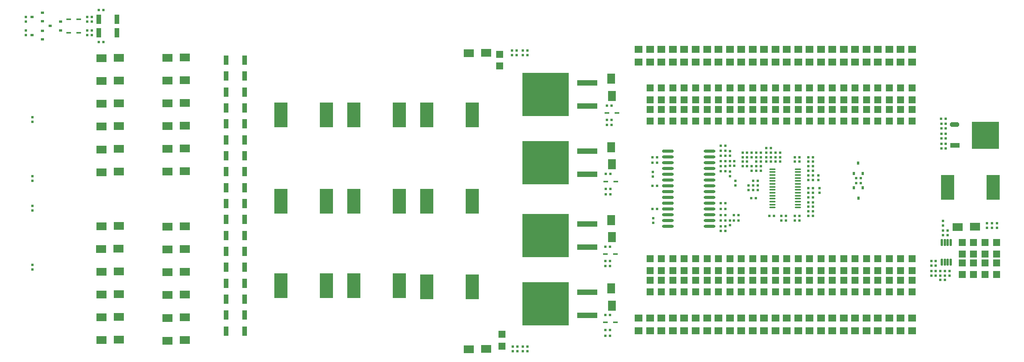
<source format=gtp>
G04*
G04 #@! TF.GenerationSoftware,Altium Limited,Altium Designer,18.1.7 (191)*
G04*
G04 Layer_Color=8421504*
%FSLAX44Y44*%
%MOMM*%
G71*
G01*
G75*
%ADD17R,1.5000X1.5000*%
%ADD18R,1.1000X2.0000*%
%ADD19R,1.0000X0.4500*%
%ADD20R,0.6000X0.6000*%
%ADD21R,0.6000X0.6000*%
%ADD22R,0.5500X0.8000*%
%ADD23R,2.9000X5.4000*%
%ADD24R,1.8000X1.6000*%
%ADD25R,0.8000X0.5500*%
%ADD26R,1.8000X2.2000*%
G04:AMPARAMS|DCode=27|XSize=1.47mm|YSize=0.48mm|CornerRadius=0.06mm|HoleSize=0mm|Usage=FLASHONLY|Rotation=270.000|XOffset=0mm|YOffset=0mm|HoleType=Round|Shape=RoundedRectangle|*
%AMROUNDEDRECTD27*
21,1,1.4700,0.3600,0,0,270.0*
21,1,1.3500,0.4800,0,0,270.0*
1,1,0.1200,-0.1800,-0.6750*
1,1,0.1200,-0.1800,0.6750*
1,1,0.1200,0.1800,0.6750*
1,1,0.1200,0.1800,-0.6750*
%
%ADD27ROUNDEDRECTD27*%
%ADD28R,2.2000X1.8000*%
%ADD29O,1.4000X0.3500*%
%ADD30R,6.0000X6.0000*%
G04:AMPARAMS|DCode=31|XSize=2mm|YSize=1mm|CornerRadius=0mm|HoleSize=0mm|Usage=FLASHONLY|Rotation=180.000|XOffset=0mm|YOffset=0mm|HoleType=Round|Shape=Octagon|*
%AMOCTAGOND31*
4,1,8,-1.0000,0.2500,-1.0000,-0.2500,-0.7500,-0.5000,0.7500,-0.5000,1.0000,-0.2500,1.0000,0.2500,0.7500,0.5000,-0.7500,0.5000,-1.0000,0.2500,0.0*
%
%ADD31OCTAGOND31*%

%ADD32R,2.0000X1.0000*%
%ADD33R,10.1600X9.5000*%
%ADD34R,4.5000X1.2500*%
%ADD35O,2.6000X0.6604*%
%ADD36O,2.6000X0.7000*%
D17*
X1515000Y242954D02*
D03*
Y217046D02*
D03*
X1510000Y832046D02*
D03*
Y857954D02*
D03*
X1965000Y711046D02*
D03*
Y736954D02*
D03*
X1940000Y711046D02*
D03*
Y736954D02*
D03*
X1915000Y711046D02*
D03*
Y736954D02*
D03*
X1890000Y711046D02*
D03*
Y736954D02*
D03*
X1865000Y711046D02*
D03*
Y736954D02*
D03*
X1840000Y711046D02*
D03*
Y736954D02*
D03*
X1990000Y758046D02*
D03*
Y783954D02*
D03*
X2015000Y758046D02*
D03*
Y783954D02*
D03*
X2390000Y711046D02*
D03*
Y736954D02*
D03*
X2365000Y711046D02*
D03*
Y736954D02*
D03*
X2040000Y758046D02*
D03*
Y783954D02*
D03*
X2065000Y758046D02*
D03*
Y783954D02*
D03*
X2090000Y758046D02*
D03*
Y783954D02*
D03*
X2115000Y758046D02*
D03*
Y783954D02*
D03*
X2140000Y758046D02*
D03*
Y783954D02*
D03*
X2165000Y758046D02*
D03*
Y783954D02*
D03*
X2415000Y711046D02*
D03*
Y736954D02*
D03*
X2290000Y758046D02*
D03*
Y783954D02*
D03*
X2265000Y758046D02*
D03*
Y783954D02*
D03*
X2240000Y758046D02*
D03*
Y783954D02*
D03*
X2215000Y758046D02*
D03*
Y783954D02*
D03*
X2190000Y758046D02*
D03*
Y783954D02*
D03*
X2340000Y758046D02*
D03*
Y783954D02*
D03*
X2315000Y758046D02*
D03*
Y783954D02*
D03*
X2365000Y758046D02*
D03*
Y783954D02*
D03*
X2525000Y399954D02*
D03*
Y374046D02*
D03*
X2550000Y399954D02*
D03*
Y374046D02*
D03*
X2600000Y444954D02*
D03*
Y419046D02*
D03*
X2575000Y444954D02*
D03*
Y419046D02*
D03*
X2165000Y711046D02*
D03*
Y736954D02*
D03*
X2190000Y711046D02*
D03*
Y736954D02*
D03*
X2215000Y711046D02*
D03*
Y736954D02*
D03*
X2240000Y711046D02*
D03*
Y736954D02*
D03*
X2265000Y711046D02*
D03*
Y736954D02*
D03*
X2290000Y711046D02*
D03*
Y736954D02*
D03*
X2315000Y711046D02*
D03*
Y736954D02*
D03*
X1915000Y758046D02*
D03*
Y783954D02*
D03*
X1940000Y758046D02*
D03*
Y783954D02*
D03*
X1890000Y758046D02*
D03*
Y783954D02*
D03*
X1840000Y758046D02*
D03*
Y783954D02*
D03*
X1865000Y758046D02*
D03*
Y783954D02*
D03*
X1965000Y758046D02*
D03*
Y783954D02*
D03*
X2340000Y711046D02*
D03*
Y736954D02*
D03*
X2575000Y399954D02*
D03*
Y374046D02*
D03*
X2600000Y399954D02*
D03*
Y374046D02*
D03*
X2525000Y444954D02*
D03*
Y419046D02*
D03*
X2115000Y711046D02*
D03*
Y736954D02*
D03*
X2090000Y711046D02*
D03*
Y736954D02*
D03*
X2065000Y711046D02*
D03*
Y736954D02*
D03*
X2140000Y711046D02*
D03*
Y736954D02*
D03*
X2040000Y711046D02*
D03*
Y736954D02*
D03*
X2015000Y711046D02*
D03*
Y736954D02*
D03*
X1990000Y711046D02*
D03*
Y736954D02*
D03*
X2415000Y758046D02*
D03*
Y783954D02*
D03*
X2390000Y758046D02*
D03*
Y783954D02*
D03*
X2550000Y444954D02*
D03*
Y419046D02*
D03*
X2415000Y336046D02*
D03*
Y361954D02*
D03*
X2390000Y336046D02*
D03*
Y361954D02*
D03*
X2365000Y336046D02*
D03*
Y361954D02*
D03*
X2340000Y336046D02*
D03*
Y361954D02*
D03*
X2415000Y383046D02*
D03*
Y408954D02*
D03*
X2390000Y383046D02*
D03*
Y408954D02*
D03*
X2365000Y383046D02*
D03*
Y408954D02*
D03*
X2340000Y383046D02*
D03*
Y408954D02*
D03*
X2315000Y336046D02*
D03*
Y361954D02*
D03*
X2290000Y336046D02*
D03*
Y361954D02*
D03*
X2265000Y336046D02*
D03*
Y361954D02*
D03*
X2240000Y336046D02*
D03*
Y361954D02*
D03*
X2215000Y336046D02*
D03*
Y361954D02*
D03*
X2190000Y336046D02*
D03*
Y361954D02*
D03*
X2165000Y336046D02*
D03*
Y361954D02*
D03*
X2140000Y336046D02*
D03*
Y361954D02*
D03*
X2115000Y336046D02*
D03*
Y361954D02*
D03*
X2090000Y336046D02*
D03*
Y361954D02*
D03*
X2315000Y383046D02*
D03*
Y408954D02*
D03*
X2290000Y383046D02*
D03*
Y408954D02*
D03*
X2265000Y383046D02*
D03*
Y408954D02*
D03*
X2240000Y383046D02*
D03*
Y408954D02*
D03*
X2215000Y383046D02*
D03*
Y408954D02*
D03*
X2190000Y383046D02*
D03*
Y408954D02*
D03*
X2165000Y383046D02*
D03*
Y408954D02*
D03*
X2140000Y383046D02*
D03*
Y408954D02*
D03*
X2115000Y383046D02*
D03*
Y408954D02*
D03*
X2090000Y383046D02*
D03*
Y408954D02*
D03*
X1890000Y336046D02*
D03*
Y361954D02*
D03*
X1940000Y383046D02*
D03*
Y408954D02*
D03*
X2040000Y383046D02*
D03*
Y408954D02*
D03*
X1990000Y336046D02*
D03*
Y361954D02*
D03*
X1965000Y336046D02*
D03*
Y361954D02*
D03*
X1890000Y383046D02*
D03*
Y408954D02*
D03*
X1990000Y383046D02*
D03*
Y408954D02*
D03*
X1915000Y336046D02*
D03*
Y361954D02*
D03*
X1965000Y383046D02*
D03*
Y408954D02*
D03*
X1865000Y336046D02*
D03*
Y361954D02*
D03*
X1840000Y336046D02*
D03*
Y361954D02*
D03*
X1940000Y336046D02*
D03*
Y361954D02*
D03*
X2040000Y336046D02*
D03*
Y361954D02*
D03*
X2065000Y383046D02*
D03*
Y408954D02*
D03*
X1915000Y383046D02*
D03*
Y408954D02*
D03*
X1865000Y383046D02*
D03*
Y408954D02*
D03*
X2065000Y336046D02*
D03*
Y361954D02*
D03*
X2015000Y383046D02*
D03*
Y408954D02*
D03*
Y336046D02*
D03*
Y361954D02*
D03*
X1840000Y383046D02*
D03*
Y408954D02*
D03*
D18*
X910000Y530000D02*
D03*
X950000D02*
D03*
X950000Y845000D02*
D03*
X910000D02*
D03*
X950000Y495000D02*
D03*
X910000D02*
D03*
Y810000D02*
D03*
X950000D02*
D03*
X910000Y460000D02*
D03*
X950000D02*
D03*
Y775000D02*
D03*
X910000D02*
D03*
X950000Y425000D02*
D03*
X910000D02*
D03*
X910000Y740000D02*
D03*
X950000D02*
D03*
X910000Y390000D02*
D03*
X950000D02*
D03*
Y705000D02*
D03*
X910000D02*
D03*
X950000Y355000D02*
D03*
X910000D02*
D03*
Y670000D02*
D03*
X950000D02*
D03*
X910000Y320000D02*
D03*
X950000D02*
D03*
Y635000D02*
D03*
X910000D02*
D03*
X950000Y285000D02*
D03*
X910000D02*
D03*
Y600000D02*
D03*
X950000D02*
D03*
X910000Y250000D02*
D03*
X950000D02*
D03*
Y565000D02*
D03*
X910000D02*
D03*
X670000Y935000D02*
D03*
X630000D02*
D03*
X670000Y905000D02*
D03*
X630000D02*
D03*
D19*
X564000Y935000D02*
D03*
X586000D02*
D03*
X564000Y905000D02*
D03*
X586000D02*
D03*
X1765000Y578000D02*
D03*
X1743000D02*
D03*
X1764000Y419000D02*
D03*
X1742000D02*
D03*
X1764000Y269000D02*
D03*
X1742000D02*
D03*
X1767000Y729000D02*
D03*
X1745000D02*
D03*
D20*
X605000Y940080D02*
D03*
Y929920D02*
D03*
X615000D02*
D03*
Y940080D02*
D03*
X2579000Y487080D02*
D03*
Y476920D02*
D03*
X2027000Y569918D02*
D03*
Y580078D02*
D03*
X2063000Y642080D02*
D03*
Y631920D02*
D03*
X2209000Y581920D02*
D03*
Y592080D02*
D03*
X2479000Y672920D02*
D03*
Y683080D02*
D03*
X2483000Y471080D02*
D03*
Y460920D02*
D03*
X2457000Y404080D02*
D03*
Y393920D02*
D03*
Y371920D02*
D03*
Y382080D02*
D03*
X2467000Y382080D02*
D03*
Y371920D02*
D03*
X2493000Y471080D02*
D03*
Y460920D02*
D03*
X2590000Y476920D02*
D03*
Y487080D02*
D03*
X2043000Y622080D02*
D03*
Y611920D02*
D03*
Y642080D02*
D03*
Y631920D02*
D03*
X2479000Y694920D02*
D03*
Y705080D02*
D03*
Y650920D02*
D03*
Y661080D02*
D03*
X2601000Y476920D02*
D03*
Y487080D02*
D03*
X2497000Y371920D02*
D03*
Y382080D02*
D03*
X2483000Y492080D02*
D03*
Y481920D02*
D03*
X2467000Y404080D02*
D03*
Y393920D02*
D03*
X470000Y910080D02*
D03*
Y899920D02*
D03*
Y929920D02*
D03*
Y940080D02*
D03*
X605000Y900000D02*
D03*
Y910160D02*
D03*
X485000Y395080D02*
D03*
Y384920D02*
D03*
Y590080D02*
D03*
Y579920D02*
D03*
Y514920D02*
D03*
Y525080D02*
D03*
Y709920D02*
D03*
Y720080D02*
D03*
X615000Y910080D02*
D03*
Y899920D02*
D03*
X2025000Y623078D02*
D03*
Y612918D02*
D03*
X2015000Y623078D02*
D03*
Y612918D02*
D03*
X2489000Y694920D02*
D03*
Y705080D02*
D03*
Y683080D02*
D03*
Y672920D02*
D03*
X2053000Y642080D02*
D03*
Y631920D02*
D03*
Y622080D02*
D03*
Y611920D02*
D03*
X2063000Y612080D02*
D03*
Y601920D02*
D03*
X1846000Y588920D02*
D03*
Y599080D02*
D03*
X1847000Y498080D02*
D03*
Y487920D02*
D03*
X2489000Y650920D02*
D03*
Y661080D02*
D03*
X2015000Y645078D02*
D03*
Y634918D02*
D03*
Y493078D02*
D03*
Y482918D02*
D03*
Y600078D02*
D03*
Y589918D02*
D03*
X2076000Y559918D02*
D03*
Y570078D02*
D03*
X2212000Y553918D02*
D03*
Y564078D02*
D03*
D21*
X629920Y955000D02*
D03*
X640080D02*
D03*
X1538920Y216000D02*
D03*
X1549080D02*
D03*
X1538920Y206000D02*
D03*
X1549080D02*
D03*
X1536920Y856000D02*
D03*
X1547080D02*
D03*
X1536920Y866000D02*
D03*
X1547080D02*
D03*
X1560920Y216000D02*
D03*
X1571080D02*
D03*
X1560920Y206000D02*
D03*
X1571080D02*
D03*
X1560920Y866000D02*
D03*
X1571080D02*
D03*
X1560920Y856000D02*
D03*
X1571080D02*
D03*
X2302080Y575000D02*
D03*
X2291920D02*
D03*
Y586000D02*
D03*
X2302080D02*
D03*
X2197080Y502998D02*
D03*
X2186920D02*
D03*
X2197080Y622000D02*
D03*
X2186920D02*
D03*
X2083080Y612000D02*
D03*
X2072920D02*
D03*
X2114920Y642000D02*
D03*
X2125080D02*
D03*
X2094920Y632000D02*
D03*
X2105080D02*
D03*
X2168080Y631998D02*
D03*
X2157920D02*
D03*
X2105080Y652000D02*
D03*
X2094920D02*
D03*
X1744920Y703000D02*
D03*
X1755080D02*
D03*
X2487080Y372000D02*
D03*
X2476920D02*
D03*
X2197080Y532998D02*
D03*
X2186920D02*
D03*
X2127920Y503000D02*
D03*
X2138080D02*
D03*
X2112080D02*
D03*
X2101920D02*
D03*
X2072920Y602000D02*
D03*
X2083080D02*
D03*
X2094920Y622000D02*
D03*
X2105080D02*
D03*
X2168080Y621998D02*
D03*
X2157920D02*
D03*
X2186920Y632000D02*
D03*
X2197080D02*
D03*
Y612000D02*
D03*
X2186920D02*
D03*
X2105080Y642000D02*
D03*
X2094920D02*
D03*
X1855080Y631998D02*
D03*
X1844920D02*
D03*
X2197080Y563998D02*
D03*
X2186920D02*
D03*
X2197080Y553998D02*
D03*
X2186920D02*
D03*
X2083080Y622000D02*
D03*
X2072920D02*
D03*
X2476920Y382000D02*
D03*
X2487080D02*
D03*
Y362000D02*
D03*
X2476920D02*
D03*
X2065920Y579998D02*
D03*
X2076080D02*
D03*
X2127920Y493000D02*
D03*
X2138080D02*
D03*
X2197080Y582000D02*
D03*
X2186920D02*
D03*
Y592000D02*
D03*
X2197080D02*
D03*
X1855080Y619998D02*
D03*
X1844920D02*
D03*
X1752080Y240000D02*
D03*
X1741920D02*
D03*
X1752080Y393000D02*
D03*
X1741920D02*
D03*
X1742920Y550000D02*
D03*
X1753080D02*
D03*
X1752080Y404000D02*
D03*
X1741920D02*
D03*
X1742920Y562000D02*
D03*
X1753080D02*
D03*
X1752080Y252000D02*
D03*
X1741920D02*
D03*
X1744920Y714000D02*
D03*
X1755080D02*
D03*
X629920Y885000D02*
D03*
X640080D02*
D03*
X1742920Y595000D02*
D03*
X1753080D02*
D03*
X2034080Y504998D02*
D03*
X2023920D02*
D03*
X2034080Y492998D02*
D03*
X2023920D02*
D03*
X2083080Y642000D02*
D03*
X2072920D02*
D03*
X2125080Y622000D02*
D03*
X2114920D02*
D03*
X2125080Y632000D02*
D03*
X2114920D02*
D03*
X1855080Y517998D02*
D03*
X1844920D02*
D03*
X1855080Y568998D02*
D03*
X1844920D02*
D03*
X2072920Y632000D02*
D03*
X2083080D02*
D03*
X2478920Y716000D02*
D03*
X2489080D02*
D03*
X1994920Y657000D02*
D03*
X2005080D02*
D03*
X1752080Y435000D02*
D03*
X1741920D02*
D03*
X1744920Y745000D02*
D03*
X1755080D02*
D03*
X1752080Y285000D02*
D03*
X1741920D02*
D03*
X2005080Y622998D02*
D03*
X1994920D02*
D03*
X2005080Y504998D02*
D03*
X1994920D02*
D03*
X2005080Y634998D02*
D03*
X1994920D02*
D03*
X2005080Y645998D02*
D03*
X1994920D02*
D03*
X1994920Y530998D02*
D03*
X2005080D02*
D03*
X1994840Y611998D02*
D03*
X2005000D02*
D03*
X1994920Y492998D02*
D03*
X2005080D02*
D03*
X1994920Y479998D02*
D03*
X2005080D02*
D03*
X1994920Y600998D02*
D03*
X2005080D02*
D03*
X1994920Y517998D02*
D03*
X2005080D02*
D03*
X2157920Y503000D02*
D03*
X2168080D02*
D03*
X2005080Y469998D02*
D03*
X1994920D02*
D03*
X2157920Y493000D02*
D03*
X2168080D02*
D03*
X2197080Y512998D02*
D03*
X2186920D02*
D03*
X2186920Y602000D02*
D03*
X2197080D02*
D03*
X2197080Y522998D02*
D03*
X2186920D02*
D03*
X2066080Y559998D02*
D03*
X2055920D02*
D03*
X2066080Y569998D02*
D03*
X2055920D02*
D03*
X2186920Y543998D02*
D03*
X2197080D02*
D03*
X2072080Y541998D02*
D03*
X2061920D02*
D03*
D22*
X2297000Y541500D02*
D03*
X2287500Y564500D02*
D03*
X2306500D02*
D03*
X2296800Y619200D02*
D03*
X2306300Y596200D02*
D03*
X2287300D02*
D03*
D23*
X1290000Y535000D02*
D03*
X1190000D02*
D03*
X1290000Y725000D02*
D03*
X1190000D02*
D03*
X2493000Y566000D02*
D03*
X2593000D02*
D03*
X1030000Y725000D02*
D03*
X1130000D02*
D03*
X1190000Y350000D02*
D03*
X1290000D02*
D03*
X1030000D02*
D03*
X1130000D02*
D03*
X1030000Y535000D02*
D03*
X1130000D02*
D03*
X1350000Y725000D02*
D03*
X1450000D02*
D03*
X1350000Y535000D02*
D03*
X1450000D02*
D03*
X1350000Y346998D02*
D03*
X1450000D02*
D03*
D24*
X2165000Y841000D02*
D03*
Y869000D02*
D03*
X2215000Y841000D02*
D03*
Y869000D02*
D03*
X2265000Y841000D02*
D03*
Y869000D02*
D03*
X2040000Y841000D02*
D03*
Y869000D02*
D03*
X1990000Y841000D02*
D03*
Y869000D02*
D03*
X1940000Y841000D02*
D03*
Y869000D02*
D03*
X1890000Y841000D02*
D03*
Y869000D02*
D03*
X1840000Y841000D02*
D03*
Y869000D02*
D03*
X2065000Y841000D02*
D03*
Y869000D02*
D03*
X2115000Y841000D02*
D03*
Y869000D02*
D03*
X2340000Y841000D02*
D03*
Y869000D02*
D03*
X2390000Y841000D02*
D03*
Y869000D02*
D03*
X2140000Y841000D02*
D03*
Y869000D02*
D03*
X2190000Y841000D02*
D03*
Y869000D02*
D03*
X2240000Y841000D02*
D03*
Y869000D02*
D03*
X2290000Y841000D02*
D03*
Y869000D02*
D03*
X2015000Y841000D02*
D03*
Y869000D02*
D03*
X1965000Y841000D02*
D03*
Y869000D02*
D03*
X1915000Y841000D02*
D03*
Y869000D02*
D03*
X1865000Y841000D02*
D03*
Y869000D02*
D03*
X1815000Y841000D02*
D03*
Y869000D02*
D03*
X2090000Y841000D02*
D03*
Y869000D02*
D03*
X2315000Y841000D02*
D03*
Y869000D02*
D03*
X2365000Y841000D02*
D03*
Y869000D02*
D03*
X2415000Y841000D02*
D03*
Y869000D02*
D03*
X2415000Y251000D02*
D03*
Y279000D02*
D03*
X2390000Y251000D02*
D03*
Y279000D02*
D03*
X2365000Y251000D02*
D03*
Y279000D02*
D03*
X2340000Y251000D02*
D03*
Y279000D02*
D03*
X2315000Y251000D02*
D03*
Y279000D02*
D03*
X2290000Y251000D02*
D03*
Y279000D02*
D03*
X2265000Y251000D02*
D03*
Y279000D02*
D03*
X2240000Y251000D02*
D03*
Y279000D02*
D03*
X2215000Y251000D02*
D03*
Y279000D02*
D03*
X2190000Y251000D02*
D03*
Y279000D02*
D03*
X2165000Y251000D02*
D03*
Y279000D02*
D03*
X2140000Y251000D02*
D03*
Y279000D02*
D03*
X2115000Y251000D02*
D03*
Y279000D02*
D03*
X2090000Y251000D02*
D03*
Y279000D02*
D03*
X2065000Y251000D02*
D03*
Y279000D02*
D03*
X1815000Y251000D02*
D03*
Y279000D02*
D03*
X1840000Y251000D02*
D03*
Y279000D02*
D03*
X1865000Y251000D02*
D03*
Y279000D02*
D03*
X1890000Y251000D02*
D03*
Y279000D02*
D03*
X1915000Y251000D02*
D03*
Y279000D02*
D03*
X1940000Y251000D02*
D03*
Y279000D02*
D03*
X1965000Y251000D02*
D03*
Y279000D02*
D03*
X1990000Y251000D02*
D03*
Y279000D02*
D03*
X2015000Y251000D02*
D03*
Y279000D02*
D03*
X2040000Y251000D02*
D03*
Y279000D02*
D03*
D25*
X546500Y910500D02*
D03*
Y929500D02*
D03*
X523500Y920000D02*
D03*
X506500Y890500D02*
D03*
Y909500D02*
D03*
X483500Y900000D02*
D03*
X506500Y930500D02*
D03*
Y949500D02*
D03*
X483500Y940000D02*
D03*
D26*
X1755000Y654000D02*
D03*
X1756000Y616000D02*
D03*
Y306000D02*
D03*
X1755000Y344000D02*
D03*
X1756000Y766000D02*
D03*
X1755000Y804000D02*
D03*
X1756000Y456000D02*
D03*
X1755000Y494000D02*
D03*
D27*
X2499750Y401500D02*
D03*
X2493250D02*
D03*
X2486750D02*
D03*
X2480250D02*
D03*
Y444500D02*
D03*
X2486750D02*
D03*
X2493250D02*
D03*
X2499750D02*
D03*
D28*
X2515000Y478000D02*
D03*
X2553000Y479000D02*
D03*
X674000Y600000D02*
D03*
X636000Y599000D02*
D03*
X819000Y851000D02*
D03*
X781000Y850000D02*
D03*
X636000Y849000D02*
D03*
X674000Y850000D02*
D03*
X781000Y229000D02*
D03*
X819000Y230000D02*
D03*
X674000Y231000D02*
D03*
X636000Y230000D02*
D03*
X781000Y479000D02*
D03*
X819000Y480000D02*
D03*
X781000Y429000D02*
D03*
X819000Y430000D02*
D03*
X781000Y379000D02*
D03*
X819000Y380000D02*
D03*
X781000Y329000D02*
D03*
X819000Y330000D02*
D03*
X781000Y279000D02*
D03*
X819000Y280000D02*
D03*
X674000Y481000D02*
D03*
X636000Y480000D02*
D03*
X673000Y431000D02*
D03*
X635000Y430000D02*
D03*
X674000Y381000D02*
D03*
X636000Y380000D02*
D03*
X674000Y331000D02*
D03*
X636000Y330000D02*
D03*
X674000Y281000D02*
D03*
X636000Y280000D02*
D03*
X819000Y601000D02*
D03*
X781000Y600000D02*
D03*
X819000Y651000D02*
D03*
X781000Y650000D02*
D03*
X819000Y701000D02*
D03*
X781000Y700000D02*
D03*
X819000Y751000D02*
D03*
X781000Y750000D02*
D03*
X819000Y801000D02*
D03*
X781000Y800000D02*
D03*
X636000Y799000D02*
D03*
X674000Y800000D02*
D03*
X636000Y749000D02*
D03*
X674000Y750000D02*
D03*
X636000Y699000D02*
D03*
X674000Y700000D02*
D03*
X636000Y649000D02*
D03*
X674000Y650000D02*
D03*
X1480000Y211000D02*
D03*
X1442000Y210000D02*
D03*
X1480000Y861000D02*
D03*
X1442000Y860000D02*
D03*
D29*
X2164374Y521278D02*
D03*
Y527778D02*
D03*
Y534278D02*
D03*
Y540778D02*
D03*
Y547278D02*
D03*
Y553778D02*
D03*
Y560278D02*
D03*
Y566778D02*
D03*
Y573278D02*
D03*
Y579778D02*
D03*
Y586278D02*
D03*
Y592778D02*
D03*
Y599278D02*
D03*
Y605778D02*
D03*
X2108374Y521278D02*
D03*
Y527778D02*
D03*
Y534278D02*
D03*
Y540778D02*
D03*
Y547278D02*
D03*
Y553778D02*
D03*
Y560278D02*
D03*
Y566778D02*
D03*
Y573278D02*
D03*
Y579778D02*
D03*
Y586278D02*
D03*
Y592778D02*
D03*
Y599278D02*
D03*
Y605778D02*
D03*
D30*
X2575500Y680000D02*
D03*
D31*
X2508000Y704000D02*
D03*
D32*
X2509000Y658000D02*
D03*
D33*
X1610790Y620000D02*
D03*
X1610790Y460000D02*
D03*
X1610790Y310000D02*
D03*
Y770000D02*
D03*
D34*
X1702230Y594600D02*
D03*
Y645400D02*
D03*
X1702230Y434600D02*
D03*
Y485400D02*
D03*
X1702230Y284600D02*
D03*
Y335400D02*
D03*
Y744600D02*
D03*
Y795400D02*
D03*
D35*
X1970782Y479896D02*
D03*
Y492596D02*
D03*
Y505296D02*
D03*
Y517996D02*
D03*
Y530696D02*
D03*
Y543396D02*
D03*
Y556096D02*
D03*
Y568796D02*
D03*
Y581496D02*
D03*
Y594196D02*
D03*
Y606896D02*
D03*
Y619596D02*
D03*
Y632296D02*
D03*
Y644996D02*
D03*
X1878782Y479896D02*
D03*
Y492596D02*
D03*
Y505296D02*
D03*
Y581496D02*
D03*
Y594196D02*
D03*
Y606896D02*
D03*
Y619596D02*
D03*
Y632296D02*
D03*
D36*
Y517996D02*
D03*
Y530696D02*
D03*
Y543396D02*
D03*
Y556096D02*
D03*
Y568796D02*
D03*
Y644996D02*
D03*
M02*

</source>
